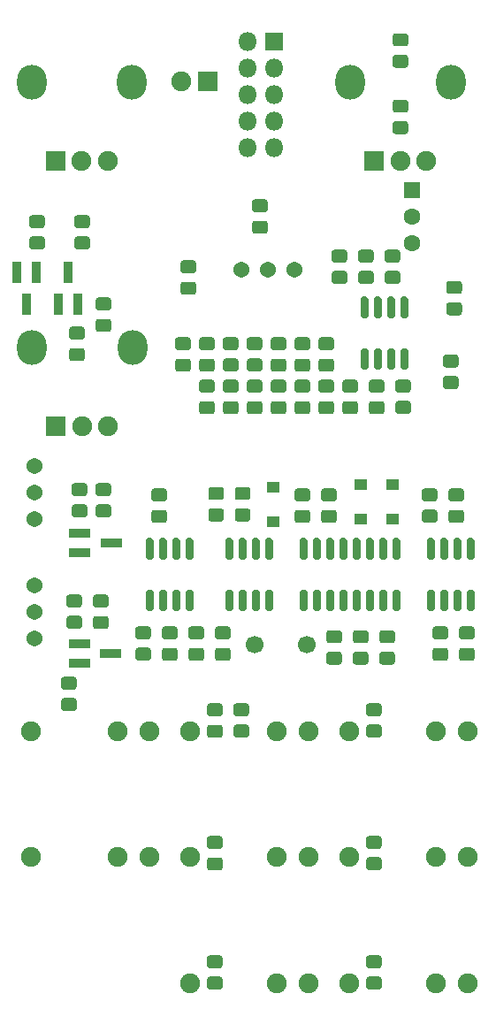
<source format=gbr>
G04 #@! TF.GenerationSoftware,KiCad,Pcbnew,5.1.6-c6e7f7d~87~ubuntu18.04.1*
G04 #@! TF.CreationDate,2020-11-08T18:53:39-05:00*
G04 #@! TF.ProjectId,modulation_source,6d6f6475-6c61-4746-996f-6e5f736f7572,0*
G04 #@! TF.SameCoordinates,Original*
G04 #@! TF.FileFunction,Soldermask,Bot*
G04 #@! TF.FilePolarity,Negative*
%FSLAX46Y46*%
G04 Gerber Fmt 4.6, Leading zero omitted, Abs format (unit mm)*
G04 Created by KiCad (PCBNEW 5.1.6-c6e7f7d~87~ubuntu18.04.1) date 2020-11-08 18:53:39*
%MOMM*%
%LPD*%
G01*
G04 APERTURE LIST*
%ADD10R,1.600000X1.600000*%
%ADD11C,1.600000*%
%ADD12C,1.700000*%
%ADD13R,2.000000X0.900000*%
%ADD14R,0.900000X2.000000*%
%ADD15C,1.540000*%
%ADD16O,2.820000X3.340000*%
%ADD17C,1.900000*%
%ADD18R,1.900000X1.900000*%
%ADD19O,1.800000X1.800000*%
%ADD20R,1.800000X1.800000*%
%ADD21R,1.300000X1.000000*%
G04 APERTURE END LIST*
D10*
X142113000Y-68834000D03*
D11*
X142113000Y-73914000D03*
X142113000Y-71374000D03*
G36*
G01*
X139221738Y-113040000D02*
X140178262Y-113040000D01*
G75*
G02*
X140450000Y-113311738I0J-271738D01*
G01*
X140450000Y-114018262D01*
G75*
G02*
X140178262Y-114290000I-271738J0D01*
G01*
X139221738Y-114290000D01*
G75*
G02*
X138950000Y-114018262I0J271738D01*
G01*
X138950000Y-113311738D01*
G75*
G02*
X139221738Y-113040000I271738J0D01*
G01*
G37*
G36*
G01*
X139221738Y-110990000D02*
X140178262Y-110990000D01*
G75*
G02*
X140450000Y-111261738I0J-271738D01*
G01*
X140450000Y-111968262D01*
G75*
G02*
X140178262Y-112240000I-271738J0D01*
G01*
X139221738Y-112240000D01*
G75*
G02*
X138950000Y-111968262I0J271738D01*
G01*
X138950000Y-111261738D01*
G75*
G02*
X139221738Y-110990000I271738J0D01*
G01*
G37*
D12*
X132000000Y-112395000D03*
X127000000Y-112395000D03*
G36*
G01*
X140491738Y-62240000D02*
X141448262Y-62240000D01*
G75*
G02*
X141720000Y-62511738I0J-271738D01*
G01*
X141720000Y-63218262D01*
G75*
G02*
X141448262Y-63490000I-271738J0D01*
G01*
X140491738Y-63490000D01*
G75*
G02*
X140220000Y-63218262I0J271738D01*
G01*
X140220000Y-62511738D01*
G75*
G02*
X140491738Y-62240000I271738J0D01*
G01*
G37*
G36*
G01*
X140491738Y-60190000D02*
X141448262Y-60190000D01*
G75*
G02*
X141720000Y-60461738I0J-271738D01*
G01*
X141720000Y-61168262D01*
G75*
G02*
X141448262Y-61440000I-271738J0D01*
G01*
X140491738Y-61440000D01*
G75*
G02*
X140220000Y-61168262I0J271738D01*
G01*
X140220000Y-60461738D01*
G75*
G02*
X140491738Y-60190000I271738J0D01*
G01*
G37*
G36*
G01*
X140491738Y-55890000D02*
X141448262Y-55890000D01*
G75*
G02*
X141720000Y-56161738I0J-271738D01*
G01*
X141720000Y-56868262D01*
G75*
G02*
X141448262Y-57140000I-271738J0D01*
G01*
X140491738Y-57140000D01*
G75*
G02*
X140220000Y-56868262I0J271738D01*
G01*
X140220000Y-56161738D01*
G75*
G02*
X140491738Y-55890000I271738J0D01*
G01*
G37*
G36*
G01*
X140491738Y-53840000D02*
X141448262Y-53840000D01*
G75*
G02*
X141720000Y-54111738I0J-271738D01*
G01*
X141720000Y-54818262D01*
G75*
G02*
X141448262Y-55090000I-271738J0D01*
G01*
X140491738Y-55090000D01*
G75*
G02*
X140220000Y-54818262I0J271738D01*
G01*
X140220000Y-54111738D01*
G75*
G02*
X140491738Y-53840000I271738J0D01*
G01*
G37*
G36*
G01*
X120171738Y-77625000D02*
X121128262Y-77625000D01*
G75*
G02*
X121400000Y-77896738I0J-271738D01*
G01*
X121400000Y-78603262D01*
G75*
G02*
X121128262Y-78875000I-271738J0D01*
G01*
X120171738Y-78875000D01*
G75*
G02*
X119900000Y-78603262I0J271738D01*
G01*
X119900000Y-77896738D01*
G75*
G02*
X120171738Y-77625000I271738J0D01*
G01*
G37*
G36*
G01*
X120171738Y-75575000D02*
X121128262Y-75575000D01*
G75*
G02*
X121400000Y-75846738I0J-271738D01*
G01*
X121400000Y-76553262D01*
G75*
G02*
X121128262Y-76825000I-271738J0D01*
G01*
X120171738Y-76825000D01*
G75*
G02*
X119900000Y-76553262I0J271738D01*
G01*
X119900000Y-75846738D01*
G75*
G02*
X120171738Y-75575000I271738J0D01*
G01*
G37*
G36*
G01*
X141702262Y-88237000D02*
X140745738Y-88237000D01*
G75*
G02*
X140474000Y-87965262I0J271738D01*
G01*
X140474000Y-87258738D01*
G75*
G02*
X140745738Y-86987000I271738J0D01*
G01*
X141702262Y-86987000D01*
G75*
G02*
X141974000Y-87258738I0J-271738D01*
G01*
X141974000Y-87965262D01*
G75*
G02*
X141702262Y-88237000I-271738J0D01*
G01*
G37*
G36*
G01*
X141702262Y-90287000D02*
X140745738Y-90287000D01*
G75*
G02*
X140474000Y-90015262I0J271738D01*
G01*
X140474000Y-89308738D01*
G75*
G02*
X140745738Y-89037000I271738J0D01*
G01*
X141702262Y-89037000D01*
G75*
G02*
X141974000Y-89308738I0J-271738D01*
G01*
X141974000Y-90015262D01*
G75*
G02*
X141702262Y-90287000I-271738J0D01*
G01*
G37*
G36*
G01*
X139729738Y-76591000D02*
X140686262Y-76591000D01*
G75*
G02*
X140958000Y-76862738I0J-271738D01*
G01*
X140958000Y-77569262D01*
G75*
G02*
X140686262Y-77841000I-271738J0D01*
G01*
X139729738Y-77841000D01*
G75*
G02*
X139458000Y-77569262I0J271738D01*
G01*
X139458000Y-76862738D01*
G75*
G02*
X139729738Y-76591000I271738J0D01*
G01*
G37*
G36*
G01*
X139729738Y-74541000D02*
X140686262Y-74541000D01*
G75*
G02*
X140958000Y-74812738I0J-271738D01*
G01*
X140958000Y-75519262D01*
G75*
G02*
X140686262Y-75791000I-271738J0D01*
G01*
X139729738Y-75791000D01*
G75*
G02*
X139458000Y-75519262I0J271738D01*
G01*
X139458000Y-74812738D01*
G75*
G02*
X139729738Y-74541000I271738J0D01*
G01*
G37*
G36*
G01*
X137366000Y-84000000D02*
X137716000Y-84000000D01*
G75*
G02*
X137891000Y-84175000I0J-175000D01*
G01*
X137891000Y-85875000D01*
G75*
G02*
X137716000Y-86050000I-175000J0D01*
G01*
X137366000Y-86050000D01*
G75*
G02*
X137191000Y-85875000I0J175000D01*
G01*
X137191000Y-84175000D01*
G75*
G02*
X137366000Y-84000000I175000J0D01*
G01*
G37*
G36*
G01*
X138636000Y-84000000D02*
X138986000Y-84000000D01*
G75*
G02*
X139161000Y-84175000I0J-175000D01*
G01*
X139161000Y-85875000D01*
G75*
G02*
X138986000Y-86050000I-175000J0D01*
G01*
X138636000Y-86050000D01*
G75*
G02*
X138461000Y-85875000I0J175000D01*
G01*
X138461000Y-84175000D01*
G75*
G02*
X138636000Y-84000000I175000J0D01*
G01*
G37*
G36*
G01*
X139906000Y-84000000D02*
X140256000Y-84000000D01*
G75*
G02*
X140431000Y-84175000I0J-175000D01*
G01*
X140431000Y-85875000D01*
G75*
G02*
X140256000Y-86050000I-175000J0D01*
G01*
X139906000Y-86050000D01*
G75*
G02*
X139731000Y-85875000I0J175000D01*
G01*
X139731000Y-84175000D01*
G75*
G02*
X139906000Y-84000000I175000J0D01*
G01*
G37*
G36*
G01*
X141176000Y-84000000D02*
X141526000Y-84000000D01*
G75*
G02*
X141701000Y-84175000I0J-175000D01*
G01*
X141701000Y-85875000D01*
G75*
G02*
X141526000Y-86050000I-175000J0D01*
G01*
X141176000Y-86050000D01*
G75*
G02*
X141001000Y-85875000I0J175000D01*
G01*
X141001000Y-84175000D01*
G75*
G02*
X141176000Y-84000000I175000J0D01*
G01*
G37*
G36*
G01*
X141176000Y-79050000D02*
X141526000Y-79050000D01*
G75*
G02*
X141701000Y-79225000I0J-175000D01*
G01*
X141701000Y-80925000D01*
G75*
G02*
X141526000Y-81100000I-175000J0D01*
G01*
X141176000Y-81100000D01*
G75*
G02*
X141001000Y-80925000I0J175000D01*
G01*
X141001000Y-79225000D01*
G75*
G02*
X141176000Y-79050000I175000J0D01*
G01*
G37*
G36*
G01*
X139906000Y-79050000D02*
X140256000Y-79050000D01*
G75*
G02*
X140431000Y-79225000I0J-175000D01*
G01*
X140431000Y-80925000D01*
G75*
G02*
X140256000Y-81100000I-175000J0D01*
G01*
X139906000Y-81100000D01*
G75*
G02*
X139731000Y-80925000I0J175000D01*
G01*
X139731000Y-79225000D01*
G75*
G02*
X139906000Y-79050000I175000J0D01*
G01*
G37*
G36*
G01*
X138636000Y-79050000D02*
X138986000Y-79050000D01*
G75*
G02*
X139161000Y-79225000I0J-175000D01*
G01*
X139161000Y-80925000D01*
G75*
G02*
X138986000Y-81100000I-175000J0D01*
G01*
X138636000Y-81100000D01*
G75*
G02*
X138461000Y-80925000I0J175000D01*
G01*
X138461000Y-79225000D01*
G75*
G02*
X138636000Y-79050000I175000J0D01*
G01*
G37*
G36*
G01*
X137366000Y-79050000D02*
X137716000Y-79050000D01*
G75*
G02*
X137891000Y-79225000I0J-175000D01*
G01*
X137891000Y-80925000D01*
G75*
G02*
X137716000Y-81100000I-175000J0D01*
G01*
X137366000Y-81100000D01*
G75*
G02*
X137191000Y-80925000I0J175000D01*
G01*
X137191000Y-79225000D01*
G75*
G02*
X137366000Y-79050000I175000J0D01*
G01*
G37*
G36*
G01*
X143716000Y-107114000D02*
X144066000Y-107114000D01*
G75*
G02*
X144241000Y-107289000I0J-175000D01*
G01*
X144241000Y-108989000D01*
G75*
G02*
X144066000Y-109164000I-175000J0D01*
G01*
X143716000Y-109164000D01*
G75*
G02*
X143541000Y-108989000I0J175000D01*
G01*
X143541000Y-107289000D01*
G75*
G02*
X143716000Y-107114000I175000J0D01*
G01*
G37*
G36*
G01*
X144986000Y-107114000D02*
X145336000Y-107114000D01*
G75*
G02*
X145511000Y-107289000I0J-175000D01*
G01*
X145511000Y-108989000D01*
G75*
G02*
X145336000Y-109164000I-175000J0D01*
G01*
X144986000Y-109164000D01*
G75*
G02*
X144811000Y-108989000I0J175000D01*
G01*
X144811000Y-107289000D01*
G75*
G02*
X144986000Y-107114000I175000J0D01*
G01*
G37*
G36*
G01*
X146256000Y-107114000D02*
X146606000Y-107114000D01*
G75*
G02*
X146781000Y-107289000I0J-175000D01*
G01*
X146781000Y-108989000D01*
G75*
G02*
X146606000Y-109164000I-175000J0D01*
G01*
X146256000Y-109164000D01*
G75*
G02*
X146081000Y-108989000I0J175000D01*
G01*
X146081000Y-107289000D01*
G75*
G02*
X146256000Y-107114000I175000J0D01*
G01*
G37*
G36*
G01*
X147526000Y-107114000D02*
X147876000Y-107114000D01*
G75*
G02*
X148051000Y-107289000I0J-175000D01*
G01*
X148051000Y-108989000D01*
G75*
G02*
X147876000Y-109164000I-175000J0D01*
G01*
X147526000Y-109164000D01*
G75*
G02*
X147351000Y-108989000I0J175000D01*
G01*
X147351000Y-107289000D01*
G75*
G02*
X147526000Y-107114000I175000J0D01*
G01*
G37*
G36*
G01*
X147526000Y-102164000D02*
X147876000Y-102164000D01*
G75*
G02*
X148051000Y-102339000I0J-175000D01*
G01*
X148051000Y-104039000D01*
G75*
G02*
X147876000Y-104214000I-175000J0D01*
G01*
X147526000Y-104214000D01*
G75*
G02*
X147351000Y-104039000I0J175000D01*
G01*
X147351000Y-102339000D01*
G75*
G02*
X147526000Y-102164000I175000J0D01*
G01*
G37*
G36*
G01*
X146256000Y-102164000D02*
X146606000Y-102164000D01*
G75*
G02*
X146781000Y-102339000I0J-175000D01*
G01*
X146781000Y-104039000D01*
G75*
G02*
X146606000Y-104214000I-175000J0D01*
G01*
X146256000Y-104214000D01*
G75*
G02*
X146081000Y-104039000I0J175000D01*
G01*
X146081000Y-102339000D01*
G75*
G02*
X146256000Y-102164000I175000J0D01*
G01*
G37*
G36*
G01*
X144986000Y-102164000D02*
X145336000Y-102164000D01*
G75*
G02*
X145511000Y-102339000I0J-175000D01*
G01*
X145511000Y-104039000D01*
G75*
G02*
X145336000Y-104214000I-175000J0D01*
G01*
X144986000Y-104214000D01*
G75*
G02*
X144811000Y-104039000I0J175000D01*
G01*
X144811000Y-102339000D01*
G75*
G02*
X144986000Y-102164000I175000J0D01*
G01*
G37*
G36*
G01*
X143716000Y-102164000D02*
X144066000Y-102164000D01*
G75*
G02*
X144241000Y-102339000I0J-175000D01*
G01*
X144241000Y-104039000D01*
G75*
G02*
X144066000Y-104214000I-175000J0D01*
G01*
X143716000Y-104214000D01*
G75*
G02*
X143541000Y-104039000I0J175000D01*
G01*
X143541000Y-102339000D01*
G75*
G02*
X143716000Y-102164000I175000J0D01*
G01*
G37*
G36*
G01*
X116792000Y-107114000D02*
X117142000Y-107114000D01*
G75*
G02*
X117317000Y-107289000I0J-175000D01*
G01*
X117317000Y-108989000D01*
G75*
G02*
X117142000Y-109164000I-175000J0D01*
G01*
X116792000Y-109164000D01*
G75*
G02*
X116617000Y-108989000I0J175000D01*
G01*
X116617000Y-107289000D01*
G75*
G02*
X116792000Y-107114000I175000J0D01*
G01*
G37*
G36*
G01*
X118062000Y-107114000D02*
X118412000Y-107114000D01*
G75*
G02*
X118587000Y-107289000I0J-175000D01*
G01*
X118587000Y-108989000D01*
G75*
G02*
X118412000Y-109164000I-175000J0D01*
G01*
X118062000Y-109164000D01*
G75*
G02*
X117887000Y-108989000I0J175000D01*
G01*
X117887000Y-107289000D01*
G75*
G02*
X118062000Y-107114000I175000J0D01*
G01*
G37*
G36*
G01*
X119332000Y-107114000D02*
X119682000Y-107114000D01*
G75*
G02*
X119857000Y-107289000I0J-175000D01*
G01*
X119857000Y-108989000D01*
G75*
G02*
X119682000Y-109164000I-175000J0D01*
G01*
X119332000Y-109164000D01*
G75*
G02*
X119157000Y-108989000I0J175000D01*
G01*
X119157000Y-107289000D01*
G75*
G02*
X119332000Y-107114000I175000J0D01*
G01*
G37*
G36*
G01*
X120602000Y-107114000D02*
X120952000Y-107114000D01*
G75*
G02*
X121127000Y-107289000I0J-175000D01*
G01*
X121127000Y-108989000D01*
G75*
G02*
X120952000Y-109164000I-175000J0D01*
G01*
X120602000Y-109164000D01*
G75*
G02*
X120427000Y-108989000I0J175000D01*
G01*
X120427000Y-107289000D01*
G75*
G02*
X120602000Y-107114000I175000J0D01*
G01*
G37*
G36*
G01*
X120602000Y-102164000D02*
X120952000Y-102164000D01*
G75*
G02*
X121127000Y-102339000I0J-175000D01*
G01*
X121127000Y-104039000D01*
G75*
G02*
X120952000Y-104214000I-175000J0D01*
G01*
X120602000Y-104214000D01*
G75*
G02*
X120427000Y-104039000I0J175000D01*
G01*
X120427000Y-102339000D01*
G75*
G02*
X120602000Y-102164000I175000J0D01*
G01*
G37*
G36*
G01*
X119332000Y-102164000D02*
X119682000Y-102164000D01*
G75*
G02*
X119857000Y-102339000I0J-175000D01*
G01*
X119857000Y-104039000D01*
G75*
G02*
X119682000Y-104214000I-175000J0D01*
G01*
X119332000Y-104214000D01*
G75*
G02*
X119157000Y-104039000I0J175000D01*
G01*
X119157000Y-102339000D01*
G75*
G02*
X119332000Y-102164000I175000J0D01*
G01*
G37*
G36*
G01*
X118062000Y-102164000D02*
X118412000Y-102164000D01*
G75*
G02*
X118587000Y-102339000I0J-175000D01*
G01*
X118587000Y-104039000D01*
G75*
G02*
X118412000Y-104214000I-175000J0D01*
G01*
X118062000Y-104214000D01*
G75*
G02*
X117887000Y-104039000I0J175000D01*
G01*
X117887000Y-102339000D01*
G75*
G02*
X118062000Y-102164000I175000J0D01*
G01*
G37*
G36*
G01*
X116792000Y-102164000D02*
X117142000Y-102164000D01*
G75*
G02*
X117317000Y-102339000I0J-175000D01*
G01*
X117317000Y-104039000D01*
G75*
G02*
X117142000Y-104214000I-175000J0D01*
G01*
X116792000Y-104214000D01*
G75*
G02*
X116617000Y-104039000I0J175000D01*
G01*
X116617000Y-102339000D01*
G75*
G02*
X116792000Y-102164000I175000J0D01*
G01*
G37*
G36*
G01*
X124412000Y-107114000D02*
X124762000Y-107114000D01*
G75*
G02*
X124937000Y-107289000I0J-175000D01*
G01*
X124937000Y-108989000D01*
G75*
G02*
X124762000Y-109164000I-175000J0D01*
G01*
X124412000Y-109164000D01*
G75*
G02*
X124237000Y-108989000I0J175000D01*
G01*
X124237000Y-107289000D01*
G75*
G02*
X124412000Y-107114000I175000J0D01*
G01*
G37*
G36*
G01*
X125682000Y-107114000D02*
X126032000Y-107114000D01*
G75*
G02*
X126207000Y-107289000I0J-175000D01*
G01*
X126207000Y-108989000D01*
G75*
G02*
X126032000Y-109164000I-175000J0D01*
G01*
X125682000Y-109164000D01*
G75*
G02*
X125507000Y-108989000I0J175000D01*
G01*
X125507000Y-107289000D01*
G75*
G02*
X125682000Y-107114000I175000J0D01*
G01*
G37*
G36*
G01*
X126952000Y-107114000D02*
X127302000Y-107114000D01*
G75*
G02*
X127477000Y-107289000I0J-175000D01*
G01*
X127477000Y-108989000D01*
G75*
G02*
X127302000Y-109164000I-175000J0D01*
G01*
X126952000Y-109164000D01*
G75*
G02*
X126777000Y-108989000I0J175000D01*
G01*
X126777000Y-107289000D01*
G75*
G02*
X126952000Y-107114000I175000J0D01*
G01*
G37*
G36*
G01*
X128222000Y-107114000D02*
X128572000Y-107114000D01*
G75*
G02*
X128747000Y-107289000I0J-175000D01*
G01*
X128747000Y-108989000D01*
G75*
G02*
X128572000Y-109164000I-175000J0D01*
G01*
X128222000Y-109164000D01*
G75*
G02*
X128047000Y-108989000I0J175000D01*
G01*
X128047000Y-107289000D01*
G75*
G02*
X128222000Y-107114000I175000J0D01*
G01*
G37*
G36*
G01*
X128222000Y-102164000D02*
X128572000Y-102164000D01*
G75*
G02*
X128747000Y-102339000I0J-175000D01*
G01*
X128747000Y-104039000D01*
G75*
G02*
X128572000Y-104214000I-175000J0D01*
G01*
X128222000Y-104214000D01*
G75*
G02*
X128047000Y-104039000I0J175000D01*
G01*
X128047000Y-102339000D01*
G75*
G02*
X128222000Y-102164000I175000J0D01*
G01*
G37*
G36*
G01*
X126952000Y-102164000D02*
X127302000Y-102164000D01*
G75*
G02*
X127477000Y-102339000I0J-175000D01*
G01*
X127477000Y-104039000D01*
G75*
G02*
X127302000Y-104214000I-175000J0D01*
G01*
X126952000Y-104214000D01*
G75*
G02*
X126777000Y-104039000I0J175000D01*
G01*
X126777000Y-102339000D01*
G75*
G02*
X126952000Y-102164000I175000J0D01*
G01*
G37*
G36*
G01*
X125682000Y-102164000D02*
X126032000Y-102164000D01*
G75*
G02*
X126207000Y-102339000I0J-175000D01*
G01*
X126207000Y-104039000D01*
G75*
G02*
X126032000Y-104214000I-175000J0D01*
G01*
X125682000Y-104214000D01*
G75*
G02*
X125507000Y-104039000I0J175000D01*
G01*
X125507000Y-102339000D01*
G75*
G02*
X125682000Y-102164000I175000J0D01*
G01*
G37*
G36*
G01*
X124412000Y-102164000D02*
X124762000Y-102164000D01*
G75*
G02*
X124937000Y-102339000I0J-175000D01*
G01*
X124937000Y-104039000D01*
G75*
G02*
X124762000Y-104214000I-175000J0D01*
G01*
X124412000Y-104214000D01*
G75*
G02*
X124237000Y-104039000I0J175000D01*
G01*
X124237000Y-102339000D01*
G75*
G02*
X124412000Y-102164000I175000J0D01*
G01*
G37*
G36*
G01*
X138908262Y-143355000D02*
X137951738Y-143355000D01*
G75*
G02*
X137680000Y-143083262I0J271738D01*
G01*
X137680000Y-142376738D01*
G75*
G02*
X137951738Y-142105000I271738J0D01*
G01*
X138908262Y-142105000D01*
G75*
G02*
X139180000Y-142376738I0J-271738D01*
G01*
X139180000Y-143083262D01*
G75*
G02*
X138908262Y-143355000I-271738J0D01*
G01*
G37*
G36*
G01*
X138908262Y-145405000D02*
X137951738Y-145405000D01*
G75*
G02*
X137680000Y-145133262I0J271738D01*
G01*
X137680000Y-144426738D01*
G75*
G02*
X137951738Y-144155000I271738J0D01*
G01*
X138908262Y-144155000D01*
G75*
G02*
X139180000Y-144426738I0J-271738D01*
G01*
X139180000Y-145133262D01*
G75*
G02*
X138908262Y-145405000I-271738J0D01*
G01*
G37*
D13*
X113236000Y-113218000D03*
X110236000Y-112268000D03*
X110236000Y-114168000D03*
X113284000Y-102616000D03*
X110284000Y-101666000D03*
X110284000Y-103566000D03*
D14*
X105156000Y-79732000D03*
X106106000Y-76732000D03*
X104206000Y-76732000D03*
X109154000Y-76756000D03*
X108204000Y-79756000D03*
X110104000Y-79756000D03*
G36*
G01*
X131524000Y-107114000D02*
X131874000Y-107114000D01*
G75*
G02*
X132049000Y-107289000I0J-175000D01*
G01*
X132049000Y-108989000D01*
G75*
G02*
X131874000Y-109164000I-175000J0D01*
G01*
X131524000Y-109164000D01*
G75*
G02*
X131349000Y-108989000I0J175000D01*
G01*
X131349000Y-107289000D01*
G75*
G02*
X131524000Y-107114000I175000J0D01*
G01*
G37*
G36*
G01*
X132794000Y-107114000D02*
X133144000Y-107114000D01*
G75*
G02*
X133319000Y-107289000I0J-175000D01*
G01*
X133319000Y-108989000D01*
G75*
G02*
X133144000Y-109164000I-175000J0D01*
G01*
X132794000Y-109164000D01*
G75*
G02*
X132619000Y-108989000I0J175000D01*
G01*
X132619000Y-107289000D01*
G75*
G02*
X132794000Y-107114000I175000J0D01*
G01*
G37*
G36*
G01*
X134064000Y-107114000D02*
X134414000Y-107114000D01*
G75*
G02*
X134589000Y-107289000I0J-175000D01*
G01*
X134589000Y-108989000D01*
G75*
G02*
X134414000Y-109164000I-175000J0D01*
G01*
X134064000Y-109164000D01*
G75*
G02*
X133889000Y-108989000I0J175000D01*
G01*
X133889000Y-107289000D01*
G75*
G02*
X134064000Y-107114000I175000J0D01*
G01*
G37*
G36*
G01*
X135334000Y-107114000D02*
X135684000Y-107114000D01*
G75*
G02*
X135859000Y-107289000I0J-175000D01*
G01*
X135859000Y-108989000D01*
G75*
G02*
X135684000Y-109164000I-175000J0D01*
G01*
X135334000Y-109164000D01*
G75*
G02*
X135159000Y-108989000I0J175000D01*
G01*
X135159000Y-107289000D01*
G75*
G02*
X135334000Y-107114000I175000J0D01*
G01*
G37*
G36*
G01*
X136604000Y-107114000D02*
X136954000Y-107114000D01*
G75*
G02*
X137129000Y-107289000I0J-175000D01*
G01*
X137129000Y-108989000D01*
G75*
G02*
X136954000Y-109164000I-175000J0D01*
G01*
X136604000Y-109164000D01*
G75*
G02*
X136429000Y-108989000I0J175000D01*
G01*
X136429000Y-107289000D01*
G75*
G02*
X136604000Y-107114000I175000J0D01*
G01*
G37*
G36*
G01*
X137874000Y-107114000D02*
X138224000Y-107114000D01*
G75*
G02*
X138399000Y-107289000I0J-175000D01*
G01*
X138399000Y-108989000D01*
G75*
G02*
X138224000Y-109164000I-175000J0D01*
G01*
X137874000Y-109164000D01*
G75*
G02*
X137699000Y-108989000I0J175000D01*
G01*
X137699000Y-107289000D01*
G75*
G02*
X137874000Y-107114000I175000J0D01*
G01*
G37*
G36*
G01*
X139144000Y-107114000D02*
X139494000Y-107114000D01*
G75*
G02*
X139669000Y-107289000I0J-175000D01*
G01*
X139669000Y-108989000D01*
G75*
G02*
X139494000Y-109164000I-175000J0D01*
G01*
X139144000Y-109164000D01*
G75*
G02*
X138969000Y-108989000I0J175000D01*
G01*
X138969000Y-107289000D01*
G75*
G02*
X139144000Y-107114000I175000J0D01*
G01*
G37*
G36*
G01*
X140414000Y-107114000D02*
X140764000Y-107114000D01*
G75*
G02*
X140939000Y-107289000I0J-175000D01*
G01*
X140939000Y-108989000D01*
G75*
G02*
X140764000Y-109164000I-175000J0D01*
G01*
X140414000Y-109164000D01*
G75*
G02*
X140239000Y-108989000I0J175000D01*
G01*
X140239000Y-107289000D01*
G75*
G02*
X140414000Y-107114000I175000J0D01*
G01*
G37*
G36*
G01*
X140414000Y-102164000D02*
X140764000Y-102164000D01*
G75*
G02*
X140939000Y-102339000I0J-175000D01*
G01*
X140939000Y-104039000D01*
G75*
G02*
X140764000Y-104214000I-175000J0D01*
G01*
X140414000Y-104214000D01*
G75*
G02*
X140239000Y-104039000I0J175000D01*
G01*
X140239000Y-102339000D01*
G75*
G02*
X140414000Y-102164000I175000J0D01*
G01*
G37*
G36*
G01*
X139144000Y-102164000D02*
X139494000Y-102164000D01*
G75*
G02*
X139669000Y-102339000I0J-175000D01*
G01*
X139669000Y-104039000D01*
G75*
G02*
X139494000Y-104214000I-175000J0D01*
G01*
X139144000Y-104214000D01*
G75*
G02*
X138969000Y-104039000I0J175000D01*
G01*
X138969000Y-102339000D01*
G75*
G02*
X139144000Y-102164000I175000J0D01*
G01*
G37*
G36*
G01*
X137874000Y-102164000D02*
X138224000Y-102164000D01*
G75*
G02*
X138399000Y-102339000I0J-175000D01*
G01*
X138399000Y-104039000D01*
G75*
G02*
X138224000Y-104214000I-175000J0D01*
G01*
X137874000Y-104214000D01*
G75*
G02*
X137699000Y-104039000I0J175000D01*
G01*
X137699000Y-102339000D01*
G75*
G02*
X137874000Y-102164000I175000J0D01*
G01*
G37*
G36*
G01*
X136604000Y-102164000D02*
X136954000Y-102164000D01*
G75*
G02*
X137129000Y-102339000I0J-175000D01*
G01*
X137129000Y-104039000D01*
G75*
G02*
X136954000Y-104214000I-175000J0D01*
G01*
X136604000Y-104214000D01*
G75*
G02*
X136429000Y-104039000I0J175000D01*
G01*
X136429000Y-102339000D01*
G75*
G02*
X136604000Y-102164000I175000J0D01*
G01*
G37*
G36*
G01*
X135334000Y-102164000D02*
X135684000Y-102164000D01*
G75*
G02*
X135859000Y-102339000I0J-175000D01*
G01*
X135859000Y-104039000D01*
G75*
G02*
X135684000Y-104214000I-175000J0D01*
G01*
X135334000Y-104214000D01*
G75*
G02*
X135159000Y-104039000I0J175000D01*
G01*
X135159000Y-102339000D01*
G75*
G02*
X135334000Y-102164000I175000J0D01*
G01*
G37*
G36*
G01*
X134064000Y-102164000D02*
X134414000Y-102164000D01*
G75*
G02*
X134589000Y-102339000I0J-175000D01*
G01*
X134589000Y-104039000D01*
G75*
G02*
X134414000Y-104214000I-175000J0D01*
G01*
X134064000Y-104214000D01*
G75*
G02*
X133889000Y-104039000I0J175000D01*
G01*
X133889000Y-102339000D01*
G75*
G02*
X134064000Y-102164000I175000J0D01*
G01*
G37*
G36*
G01*
X132794000Y-102164000D02*
X133144000Y-102164000D01*
G75*
G02*
X133319000Y-102339000I0J-175000D01*
G01*
X133319000Y-104039000D01*
G75*
G02*
X133144000Y-104214000I-175000J0D01*
G01*
X132794000Y-104214000D01*
G75*
G02*
X132619000Y-104039000I0J175000D01*
G01*
X132619000Y-102339000D01*
G75*
G02*
X132794000Y-102164000I175000J0D01*
G01*
G37*
G36*
G01*
X131524000Y-102164000D02*
X131874000Y-102164000D01*
G75*
G02*
X132049000Y-102339000I0J-175000D01*
G01*
X132049000Y-104039000D01*
G75*
G02*
X131874000Y-104214000I-175000J0D01*
G01*
X131524000Y-104214000D01*
G75*
G02*
X131349000Y-104039000I0J175000D01*
G01*
X131349000Y-102339000D01*
G75*
G02*
X131524000Y-102164000I175000J0D01*
G01*
G37*
D15*
X125730000Y-76454000D03*
X128270000Y-76454000D03*
X130810000Y-76454000D03*
D16*
X136170000Y-58540000D03*
X145770000Y-58540000D03*
D17*
X143470000Y-66040000D03*
X140970000Y-66040000D03*
D18*
X138470000Y-66040000D03*
D15*
X105918000Y-106680000D03*
X105918000Y-109220000D03*
X105918000Y-111760000D03*
X105918000Y-95250000D03*
X105918000Y-97790000D03*
X105918000Y-100330000D03*
D16*
X105650000Y-58540000D03*
X115250000Y-58540000D03*
D17*
X112950000Y-66040000D03*
X110450000Y-66040000D03*
D18*
X107950000Y-66040000D03*
D16*
X105690000Y-83940000D03*
X115290000Y-83940000D03*
D17*
X112990000Y-91440000D03*
X110490000Y-91440000D03*
D18*
X107990000Y-91440000D03*
G36*
G01*
X123668262Y-143355000D02*
X122711738Y-143355000D01*
G75*
G02*
X122440000Y-143083262I0J271738D01*
G01*
X122440000Y-142376738D01*
G75*
G02*
X122711738Y-142105000I271738J0D01*
G01*
X123668262Y-142105000D01*
G75*
G02*
X123940000Y-142376738I0J-271738D01*
G01*
X123940000Y-143083262D01*
G75*
G02*
X123668262Y-143355000I-271738J0D01*
G01*
G37*
G36*
G01*
X123668262Y-145405000D02*
X122711738Y-145405000D01*
G75*
G02*
X122440000Y-145133262I0J271738D01*
G01*
X122440000Y-144426738D01*
G75*
G02*
X122711738Y-144155000I271738J0D01*
G01*
X123668262Y-144155000D01*
G75*
G02*
X123940000Y-144426738I0J-271738D01*
G01*
X123940000Y-145133262D01*
G75*
G02*
X123668262Y-145405000I-271738J0D01*
G01*
G37*
G36*
G01*
X134649738Y-76591000D02*
X135606262Y-76591000D01*
G75*
G02*
X135878000Y-76862738I0J-271738D01*
G01*
X135878000Y-77569262D01*
G75*
G02*
X135606262Y-77841000I-271738J0D01*
G01*
X134649738Y-77841000D01*
G75*
G02*
X134378000Y-77569262I0J271738D01*
G01*
X134378000Y-76862738D01*
G75*
G02*
X134649738Y-76591000I271738J0D01*
G01*
G37*
G36*
G01*
X134649738Y-74541000D02*
X135606262Y-74541000D01*
G75*
G02*
X135878000Y-74812738I0J-271738D01*
G01*
X135878000Y-75519262D01*
G75*
G02*
X135606262Y-75791000I-271738J0D01*
G01*
X134649738Y-75791000D01*
G75*
G02*
X134378000Y-75519262I0J271738D01*
G01*
X134378000Y-74812738D01*
G75*
G02*
X134649738Y-74541000I271738J0D01*
G01*
G37*
G36*
G01*
X120620262Y-84182000D02*
X119663738Y-84182000D01*
G75*
G02*
X119392000Y-83910262I0J271738D01*
G01*
X119392000Y-83203738D01*
G75*
G02*
X119663738Y-82932000I271738J0D01*
G01*
X120620262Y-82932000D01*
G75*
G02*
X120892000Y-83203738I0J-271738D01*
G01*
X120892000Y-83910262D01*
G75*
G02*
X120620262Y-84182000I-271738J0D01*
G01*
G37*
G36*
G01*
X120620262Y-86232000D02*
X119663738Y-86232000D01*
G75*
G02*
X119392000Y-85960262I0J271738D01*
G01*
X119392000Y-85253738D01*
G75*
G02*
X119663738Y-84982000I271738J0D01*
G01*
X120620262Y-84982000D01*
G75*
G02*
X120892000Y-85253738I0J-271738D01*
G01*
X120892000Y-85960262D01*
G75*
G02*
X120620262Y-86232000I-271738J0D01*
G01*
G37*
G36*
G01*
X122906262Y-84191000D02*
X121949738Y-84191000D01*
G75*
G02*
X121678000Y-83919262I0J271738D01*
G01*
X121678000Y-83212738D01*
G75*
G02*
X121949738Y-82941000I271738J0D01*
G01*
X122906262Y-82941000D01*
G75*
G02*
X123178000Y-83212738I0J-271738D01*
G01*
X123178000Y-83919262D01*
G75*
G02*
X122906262Y-84191000I-271738J0D01*
G01*
G37*
G36*
G01*
X122906262Y-86241000D02*
X121949738Y-86241000D01*
G75*
G02*
X121678000Y-85969262I0J271738D01*
G01*
X121678000Y-85262738D01*
G75*
G02*
X121949738Y-84991000I271738J0D01*
G01*
X122906262Y-84991000D01*
G75*
G02*
X123178000Y-85262738I0J-271738D01*
G01*
X123178000Y-85969262D01*
G75*
G02*
X122906262Y-86241000I-271738J0D01*
G01*
G37*
G36*
G01*
X125192262Y-84173000D02*
X124235738Y-84173000D01*
G75*
G02*
X123964000Y-83901262I0J271738D01*
G01*
X123964000Y-83194738D01*
G75*
G02*
X124235738Y-82923000I271738J0D01*
G01*
X125192262Y-82923000D01*
G75*
G02*
X125464000Y-83194738I0J-271738D01*
G01*
X125464000Y-83901262D01*
G75*
G02*
X125192262Y-84173000I-271738J0D01*
G01*
G37*
G36*
G01*
X125192262Y-86223000D02*
X124235738Y-86223000D01*
G75*
G02*
X123964000Y-85951262I0J271738D01*
G01*
X123964000Y-85244738D01*
G75*
G02*
X124235738Y-84973000I271738J0D01*
G01*
X125192262Y-84973000D01*
G75*
G02*
X125464000Y-85244738I0J-271738D01*
G01*
X125464000Y-85951262D01*
G75*
G02*
X125192262Y-86223000I-271738J0D01*
G01*
G37*
G36*
G01*
X127478262Y-84173000D02*
X126521738Y-84173000D01*
G75*
G02*
X126250000Y-83901262I0J271738D01*
G01*
X126250000Y-83194738D01*
G75*
G02*
X126521738Y-82923000I271738J0D01*
G01*
X127478262Y-82923000D01*
G75*
G02*
X127750000Y-83194738I0J-271738D01*
G01*
X127750000Y-83901262D01*
G75*
G02*
X127478262Y-84173000I-271738J0D01*
G01*
G37*
G36*
G01*
X127478262Y-86223000D02*
X126521738Y-86223000D01*
G75*
G02*
X126250000Y-85951262I0J271738D01*
G01*
X126250000Y-85244738D01*
G75*
G02*
X126521738Y-84973000I271738J0D01*
G01*
X127478262Y-84973000D01*
G75*
G02*
X127750000Y-85244738I0J-271738D01*
G01*
X127750000Y-85951262D01*
G75*
G02*
X127478262Y-86223000I-271738J0D01*
G01*
G37*
G36*
G01*
X129764262Y-84191000D02*
X128807738Y-84191000D01*
G75*
G02*
X128536000Y-83919262I0J271738D01*
G01*
X128536000Y-83212738D01*
G75*
G02*
X128807738Y-82941000I271738J0D01*
G01*
X129764262Y-82941000D01*
G75*
G02*
X130036000Y-83212738I0J-271738D01*
G01*
X130036000Y-83919262D01*
G75*
G02*
X129764262Y-84191000I-271738J0D01*
G01*
G37*
G36*
G01*
X129764262Y-86241000D02*
X128807738Y-86241000D01*
G75*
G02*
X128536000Y-85969262I0J271738D01*
G01*
X128536000Y-85262738D01*
G75*
G02*
X128807738Y-84991000I271738J0D01*
G01*
X129764262Y-84991000D01*
G75*
G02*
X130036000Y-85262738I0J-271738D01*
G01*
X130036000Y-85969262D01*
G75*
G02*
X129764262Y-86241000I-271738J0D01*
G01*
G37*
G36*
G01*
X132050262Y-84191000D02*
X131093738Y-84191000D01*
G75*
G02*
X130822000Y-83919262I0J271738D01*
G01*
X130822000Y-83212738D01*
G75*
G02*
X131093738Y-82941000I271738J0D01*
G01*
X132050262Y-82941000D01*
G75*
G02*
X132322000Y-83212738I0J-271738D01*
G01*
X132322000Y-83919262D01*
G75*
G02*
X132050262Y-84191000I-271738J0D01*
G01*
G37*
G36*
G01*
X132050262Y-86241000D02*
X131093738Y-86241000D01*
G75*
G02*
X130822000Y-85969262I0J271738D01*
G01*
X130822000Y-85262738D01*
G75*
G02*
X131093738Y-84991000I271738J0D01*
G01*
X132050262Y-84991000D01*
G75*
G02*
X132322000Y-85262738I0J-271738D01*
G01*
X132322000Y-85969262D01*
G75*
G02*
X132050262Y-86241000I-271738J0D01*
G01*
G37*
G36*
G01*
X134336262Y-84191000D02*
X133379738Y-84191000D01*
G75*
G02*
X133108000Y-83919262I0J271738D01*
G01*
X133108000Y-83212738D01*
G75*
G02*
X133379738Y-82941000I271738J0D01*
G01*
X134336262Y-82941000D01*
G75*
G02*
X134608000Y-83212738I0J-271738D01*
G01*
X134608000Y-83919262D01*
G75*
G02*
X134336262Y-84191000I-271738J0D01*
G01*
G37*
G36*
G01*
X134336262Y-86241000D02*
X133379738Y-86241000D01*
G75*
G02*
X133108000Y-85969262I0J271738D01*
G01*
X133108000Y-85262738D01*
G75*
G02*
X133379738Y-84991000I271738J0D01*
G01*
X134336262Y-84991000D01*
G75*
G02*
X134608000Y-85262738I0J-271738D01*
G01*
X134608000Y-85969262D01*
G75*
G02*
X134336262Y-86241000I-271738J0D01*
G01*
G37*
G36*
G01*
X138205738Y-89055000D02*
X139162262Y-89055000D01*
G75*
G02*
X139434000Y-89326738I0J-271738D01*
G01*
X139434000Y-90033262D01*
G75*
G02*
X139162262Y-90305000I-271738J0D01*
G01*
X138205738Y-90305000D01*
G75*
G02*
X137934000Y-90033262I0J271738D01*
G01*
X137934000Y-89326738D01*
G75*
G02*
X138205738Y-89055000I271738J0D01*
G01*
G37*
G36*
G01*
X138205738Y-87005000D02*
X139162262Y-87005000D01*
G75*
G02*
X139434000Y-87276738I0J-271738D01*
G01*
X139434000Y-87983262D01*
G75*
G02*
X139162262Y-88255000I-271738J0D01*
G01*
X138205738Y-88255000D01*
G75*
G02*
X137934000Y-87983262I0J271738D01*
G01*
X137934000Y-87276738D01*
G75*
G02*
X138205738Y-87005000I271738J0D01*
G01*
G37*
G36*
G01*
X137189738Y-76591000D02*
X138146262Y-76591000D01*
G75*
G02*
X138418000Y-76862738I0J-271738D01*
G01*
X138418000Y-77569262D01*
G75*
G02*
X138146262Y-77841000I-271738J0D01*
G01*
X137189738Y-77841000D01*
G75*
G02*
X136918000Y-77569262I0J271738D01*
G01*
X136918000Y-76862738D01*
G75*
G02*
X137189738Y-76591000I271738J0D01*
G01*
G37*
G36*
G01*
X137189738Y-74541000D02*
X138146262Y-74541000D01*
G75*
G02*
X138418000Y-74812738I0J-271738D01*
G01*
X138418000Y-75519262D01*
G75*
G02*
X138146262Y-75791000I-271738J0D01*
G01*
X137189738Y-75791000D01*
G75*
G02*
X136918000Y-75519262I0J271738D01*
G01*
X136918000Y-74812738D01*
G75*
G02*
X137189738Y-74541000I271738J0D01*
G01*
G37*
G36*
G01*
X127029738Y-71774000D02*
X127986262Y-71774000D01*
G75*
G02*
X128258000Y-72045738I0J-271738D01*
G01*
X128258000Y-72752262D01*
G75*
G02*
X127986262Y-73024000I-271738J0D01*
G01*
X127029738Y-73024000D01*
G75*
G02*
X126758000Y-72752262I0J271738D01*
G01*
X126758000Y-72045738D01*
G75*
G02*
X127029738Y-71774000I271738J0D01*
G01*
G37*
G36*
G01*
X127029738Y-69724000D02*
X127986262Y-69724000D01*
G75*
G02*
X128258000Y-69995738I0J-271738D01*
G01*
X128258000Y-70702262D01*
G75*
G02*
X127986262Y-70974000I-271738J0D01*
G01*
X127029738Y-70974000D01*
G75*
G02*
X126758000Y-70702262I0J271738D01*
G01*
X126758000Y-69995738D01*
G75*
G02*
X127029738Y-69724000I271738J0D01*
G01*
G37*
G36*
G01*
X138908262Y-131925000D02*
X137951738Y-131925000D01*
G75*
G02*
X137680000Y-131653262I0J271738D01*
G01*
X137680000Y-130946738D01*
G75*
G02*
X137951738Y-130675000I271738J0D01*
G01*
X138908262Y-130675000D01*
G75*
G02*
X139180000Y-130946738I0J-271738D01*
G01*
X139180000Y-131653262D01*
G75*
G02*
X138908262Y-131925000I-271738J0D01*
G01*
G37*
G36*
G01*
X138908262Y-133975000D02*
X137951738Y-133975000D01*
G75*
G02*
X137680000Y-133703262I0J271738D01*
G01*
X137680000Y-132996738D01*
G75*
G02*
X137951738Y-132725000I271738J0D01*
G01*
X138908262Y-132725000D01*
G75*
G02*
X139180000Y-132996738I0J-271738D01*
G01*
X139180000Y-133703262D01*
G75*
G02*
X138908262Y-133975000I-271738J0D01*
G01*
G37*
G36*
G01*
X144301738Y-112677000D02*
X145258262Y-112677000D01*
G75*
G02*
X145530000Y-112948738I0J-271738D01*
G01*
X145530000Y-113655262D01*
G75*
G02*
X145258262Y-113927000I-271738J0D01*
G01*
X144301738Y-113927000D01*
G75*
G02*
X144030000Y-113655262I0J271738D01*
G01*
X144030000Y-112948738D01*
G75*
G02*
X144301738Y-112677000I271738J0D01*
G01*
G37*
G36*
G01*
X144301738Y-110627000D02*
X145258262Y-110627000D01*
G75*
G02*
X145530000Y-110898738I0J-271738D01*
G01*
X145530000Y-111605262D01*
G75*
G02*
X145258262Y-111877000I-271738J0D01*
G01*
X144301738Y-111877000D01*
G75*
G02*
X144030000Y-111605262I0J271738D01*
G01*
X144030000Y-110898738D01*
G75*
G02*
X144301738Y-110627000I271738J0D01*
G01*
G37*
G36*
G01*
X144242262Y-98651000D02*
X143285738Y-98651000D01*
G75*
G02*
X143014000Y-98379262I0J271738D01*
G01*
X143014000Y-97672738D01*
G75*
G02*
X143285738Y-97401000I271738J0D01*
G01*
X144242262Y-97401000D01*
G75*
G02*
X144514000Y-97672738I0J-271738D01*
G01*
X144514000Y-98379262D01*
G75*
G02*
X144242262Y-98651000I-271738J0D01*
G01*
G37*
G36*
G01*
X144242262Y-100701000D02*
X143285738Y-100701000D01*
G75*
G02*
X143014000Y-100429262I0J271738D01*
G01*
X143014000Y-99722738D01*
G75*
G02*
X143285738Y-99451000I271738J0D01*
G01*
X144242262Y-99451000D01*
G75*
G02*
X144514000Y-99722738I0J-271738D01*
G01*
X144514000Y-100429262D01*
G75*
G02*
X144242262Y-100701000I-271738J0D01*
G01*
G37*
G36*
G01*
X131093738Y-99469000D02*
X132050262Y-99469000D01*
G75*
G02*
X132322000Y-99740738I0J-271738D01*
G01*
X132322000Y-100447262D01*
G75*
G02*
X132050262Y-100719000I-271738J0D01*
G01*
X131093738Y-100719000D01*
G75*
G02*
X130822000Y-100447262I0J271738D01*
G01*
X130822000Y-99740738D01*
G75*
G02*
X131093738Y-99469000I271738J0D01*
G01*
G37*
G36*
G01*
X131093738Y-97419000D02*
X132050262Y-97419000D01*
G75*
G02*
X132322000Y-97690738I0J-271738D01*
G01*
X132322000Y-98397262D01*
G75*
G02*
X132050262Y-98669000I-271738J0D01*
G01*
X131093738Y-98669000D01*
G75*
G02*
X130822000Y-98397262I0J271738D01*
G01*
X130822000Y-97690738D01*
G75*
G02*
X131093738Y-97419000I271738J0D01*
G01*
G37*
G36*
G01*
X134590262Y-98669000D02*
X133633738Y-98669000D01*
G75*
G02*
X133362000Y-98397262I0J271738D01*
G01*
X133362000Y-97690738D01*
G75*
G02*
X133633738Y-97419000I271738J0D01*
G01*
X134590262Y-97419000D01*
G75*
G02*
X134862000Y-97690738I0J-271738D01*
G01*
X134862000Y-98397262D01*
G75*
G02*
X134590262Y-98669000I-271738J0D01*
G01*
G37*
G36*
G01*
X134590262Y-100719000D02*
X133633738Y-100719000D01*
G75*
G02*
X133362000Y-100447262I0J271738D01*
G01*
X133362000Y-99740738D01*
G75*
G02*
X133633738Y-99469000I271738J0D01*
G01*
X134590262Y-99469000D01*
G75*
G02*
X134862000Y-99740738I0J-271738D01*
G01*
X134862000Y-100447262D01*
G75*
G02*
X134590262Y-100719000I-271738J0D01*
G01*
G37*
G36*
G01*
X117377738Y-99469000D02*
X118334262Y-99469000D01*
G75*
G02*
X118606000Y-99740738I0J-271738D01*
G01*
X118606000Y-100447262D01*
G75*
G02*
X118334262Y-100719000I-271738J0D01*
G01*
X117377738Y-100719000D01*
G75*
G02*
X117106000Y-100447262I0J271738D01*
G01*
X117106000Y-99740738D01*
G75*
G02*
X117377738Y-99469000I271738J0D01*
G01*
G37*
G36*
G01*
X117377738Y-97419000D02*
X118334262Y-97419000D01*
G75*
G02*
X118606000Y-97690738I0J-271738D01*
G01*
X118606000Y-98397262D01*
G75*
G02*
X118334262Y-98669000I-271738J0D01*
G01*
X117377738Y-98669000D01*
G75*
G02*
X117106000Y-98397262I0J271738D01*
G01*
X117106000Y-97690738D01*
G75*
G02*
X117377738Y-97419000I271738J0D01*
G01*
G37*
G36*
G01*
X138908262Y-119225000D02*
X137951738Y-119225000D01*
G75*
G02*
X137680000Y-118953262I0J271738D01*
G01*
X137680000Y-118246738D01*
G75*
G02*
X137951738Y-117975000I271738J0D01*
G01*
X138908262Y-117975000D01*
G75*
G02*
X139180000Y-118246738I0J-271738D01*
G01*
X139180000Y-118953262D01*
G75*
G02*
X138908262Y-119225000I-271738J0D01*
G01*
G37*
G36*
G01*
X138908262Y-121275000D02*
X137951738Y-121275000D01*
G75*
G02*
X137680000Y-121003262I0J271738D01*
G01*
X137680000Y-120296738D01*
G75*
G02*
X137951738Y-120025000I271738J0D01*
G01*
X138908262Y-120025000D01*
G75*
G02*
X139180000Y-120296738I0J-271738D01*
G01*
X139180000Y-121003262D01*
G75*
G02*
X138908262Y-121275000I-271738J0D01*
G01*
G37*
G36*
G01*
X116810262Y-111859000D02*
X115853738Y-111859000D01*
G75*
G02*
X115582000Y-111587262I0J271738D01*
G01*
X115582000Y-110880738D01*
G75*
G02*
X115853738Y-110609000I271738J0D01*
G01*
X116810262Y-110609000D01*
G75*
G02*
X117082000Y-110880738I0J-271738D01*
G01*
X117082000Y-111587262D01*
G75*
G02*
X116810262Y-111859000I-271738J0D01*
G01*
G37*
G36*
G01*
X116810262Y-113909000D02*
X115853738Y-113909000D01*
G75*
G02*
X115582000Y-113637262I0J271738D01*
G01*
X115582000Y-112930738D01*
G75*
G02*
X115853738Y-112659000I271738J0D01*
G01*
X116810262Y-112659000D01*
G75*
G02*
X117082000Y-112930738I0J-271738D01*
G01*
X117082000Y-113637262D01*
G75*
G02*
X116810262Y-113909000I-271738J0D01*
G01*
G37*
G36*
G01*
X124430262Y-111877000D02*
X123473738Y-111877000D01*
G75*
G02*
X123202000Y-111605262I0J271738D01*
G01*
X123202000Y-110898738D01*
G75*
G02*
X123473738Y-110627000I271738J0D01*
G01*
X124430262Y-110627000D01*
G75*
G02*
X124702000Y-110898738I0J-271738D01*
G01*
X124702000Y-111605262D01*
G75*
G02*
X124430262Y-111877000I-271738J0D01*
G01*
G37*
G36*
G01*
X124430262Y-113927000D02*
X123473738Y-113927000D01*
G75*
G02*
X123202000Y-113655262I0J271738D01*
G01*
X123202000Y-112948738D01*
G75*
G02*
X123473738Y-112677000I271738J0D01*
G01*
X124430262Y-112677000D01*
G75*
G02*
X124702000Y-112948738I0J-271738D01*
G01*
X124702000Y-113655262D01*
G75*
G02*
X124430262Y-113927000I-271738J0D01*
G01*
G37*
G36*
G01*
X109698262Y-116685000D02*
X108741738Y-116685000D01*
G75*
G02*
X108470000Y-116413262I0J271738D01*
G01*
X108470000Y-115706738D01*
G75*
G02*
X108741738Y-115435000I271738J0D01*
G01*
X109698262Y-115435000D01*
G75*
G02*
X109970000Y-115706738I0J-271738D01*
G01*
X109970000Y-116413262D01*
G75*
G02*
X109698262Y-116685000I-271738J0D01*
G01*
G37*
G36*
G01*
X109698262Y-118735000D02*
X108741738Y-118735000D01*
G75*
G02*
X108470000Y-118463262I0J271738D01*
G01*
X108470000Y-117756738D01*
G75*
G02*
X108741738Y-117485000I271738J0D01*
G01*
X109698262Y-117485000D01*
G75*
G02*
X109970000Y-117756738I0J-271738D01*
G01*
X109970000Y-118463262D01*
G75*
G02*
X109698262Y-118735000I-271738J0D01*
G01*
G37*
G36*
G01*
X120933738Y-112668000D02*
X121890262Y-112668000D01*
G75*
G02*
X122162000Y-112939738I0J-271738D01*
G01*
X122162000Y-113646262D01*
G75*
G02*
X121890262Y-113918000I-271738J0D01*
G01*
X120933738Y-113918000D01*
G75*
G02*
X120662000Y-113646262I0J271738D01*
G01*
X120662000Y-112939738D01*
G75*
G02*
X120933738Y-112668000I271738J0D01*
G01*
G37*
G36*
G01*
X120933738Y-110618000D02*
X121890262Y-110618000D01*
G75*
G02*
X122162000Y-110889738I0J-271738D01*
G01*
X122162000Y-111596262D01*
G75*
G02*
X121890262Y-111868000I-271738J0D01*
G01*
X120933738Y-111868000D01*
G75*
G02*
X120662000Y-111596262I0J271738D01*
G01*
X120662000Y-110889738D01*
G75*
G02*
X120933738Y-110618000I271738J0D01*
G01*
G37*
G36*
G01*
X111789738Y-109629000D02*
X112746262Y-109629000D01*
G75*
G02*
X113018000Y-109900738I0J-271738D01*
G01*
X113018000Y-110607262D01*
G75*
G02*
X112746262Y-110879000I-271738J0D01*
G01*
X111789738Y-110879000D01*
G75*
G02*
X111518000Y-110607262I0J271738D01*
G01*
X111518000Y-109900738D01*
G75*
G02*
X111789738Y-109629000I271738J0D01*
G01*
G37*
G36*
G01*
X111789738Y-107579000D02*
X112746262Y-107579000D01*
G75*
G02*
X113018000Y-107850738I0J-271738D01*
G01*
X113018000Y-108557262D01*
G75*
G02*
X112746262Y-108829000I-271738J0D01*
G01*
X111789738Y-108829000D01*
G75*
G02*
X111518000Y-108557262I0J271738D01*
G01*
X111518000Y-107850738D01*
G75*
G02*
X111789738Y-107579000I271738J0D01*
G01*
G37*
G36*
G01*
X109249738Y-109611000D02*
X110206262Y-109611000D01*
G75*
G02*
X110478000Y-109882738I0J-271738D01*
G01*
X110478000Y-110589262D01*
G75*
G02*
X110206262Y-110861000I-271738J0D01*
G01*
X109249738Y-110861000D01*
G75*
G02*
X108978000Y-110589262I0J271738D01*
G01*
X108978000Y-109882738D01*
G75*
G02*
X109249738Y-109611000I271738J0D01*
G01*
G37*
G36*
G01*
X109249738Y-107561000D02*
X110206262Y-107561000D01*
G75*
G02*
X110478000Y-107832738I0J-271738D01*
G01*
X110478000Y-108539262D01*
G75*
G02*
X110206262Y-108811000I-271738J0D01*
G01*
X109249738Y-108811000D01*
G75*
G02*
X108978000Y-108539262I0J271738D01*
G01*
X108978000Y-107832738D01*
G75*
G02*
X109249738Y-107561000I271738J0D01*
G01*
G37*
G36*
G01*
X118393738Y-112677000D02*
X119350262Y-112677000D01*
G75*
G02*
X119622000Y-112948738I0J-271738D01*
G01*
X119622000Y-113655262D01*
G75*
G02*
X119350262Y-113927000I-271738J0D01*
G01*
X118393738Y-113927000D01*
G75*
G02*
X118122000Y-113655262I0J271738D01*
G01*
X118122000Y-112948738D01*
G75*
G02*
X118393738Y-112677000I271738J0D01*
G01*
G37*
G36*
G01*
X118393738Y-110627000D02*
X119350262Y-110627000D01*
G75*
G02*
X119622000Y-110898738I0J-271738D01*
G01*
X119622000Y-111605262D01*
G75*
G02*
X119350262Y-111877000I-271738J0D01*
G01*
X118393738Y-111877000D01*
G75*
G02*
X118122000Y-111605262I0J271738D01*
G01*
X118122000Y-110898738D01*
G75*
G02*
X118393738Y-110627000I271738J0D01*
G01*
G37*
G36*
G01*
X112043738Y-98943000D02*
X113000262Y-98943000D01*
G75*
G02*
X113272000Y-99214738I0J-271738D01*
G01*
X113272000Y-99921262D01*
G75*
G02*
X113000262Y-100193000I-271738J0D01*
G01*
X112043738Y-100193000D01*
G75*
G02*
X111772000Y-99921262I0J271738D01*
G01*
X111772000Y-99214738D01*
G75*
G02*
X112043738Y-98943000I271738J0D01*
G01*
G37*
G36*
G01*
X112043738Y-96893000D02*
X113000262Y-96893000D01*
G75*
G02*
X113272000Y-97164738I0J-271738D01*
G01*
X113272000Y-97871262D01*
G75*
G02*
X113000262Y-98143000I-271738J0D01*
G01*
X112043738Y-98143000D01*
G75*
G02*
X111772000Y-97871262I0J271738D01*
G01*
X111772000Y-97164738D01*
G75*
G02*
X112043738Y-96893000I271738J0D01*
G01*
G37*
G36*
G01*
X109757738Y-98943000D02*
X110714262Y-98943000D01*
G75*
G02*
X110986000Y-99214738I0J-271738D01*
G01*
X110986000Y-99921262D01*
G75*
G02*
X110714262Y-100193000I-271738J0D01*
G01*
X109757738Y-100193000D01*
G75*
G02*
X109486000Y-99921262I0J271738D01*
G01*
X109486000Y-99214738D01*
G75*
G02*
X109757738Y-98943000I271738J0D01*
G01*
G37*
G36*
G01*
X109757738Y-96893000D02*
X110714262Y-96893000D01*
G75*
G02*
X110986000Y-97164738I0J-271738D01*
G01*
X110986000Y-97871262D01*
G75*
G02*
X110714262Y-98143000I-271738J0D01*
G01*
X109757738Y-98143000D01*
G75*
G02*
X109486000Y-97871262I0J271738D01*
G01*
X109486000Y-97164738D01*
G75*
G02*
X109757738Y-96893000I271738J0D01*
G01*
G37*
G36*
G01*
X135098262Y-112240000D02*
X134141738Y-112240000D01*
G75*
G02*
X133870000Y-111968262I0J271738D01*
G01*
X133870000Y-111261738D01*
G75*
G02*
X134141738Y-110990000I271738J0D01*
G01*
X135098262Y-110990000D01*
G75*
G02*
X135370000Y-111261738I0J-271738D01*
G01*
X135370000Y-111968262D01*
G75*
G02*
X135098262Y-112240000I-271738J0D01*
G01*
G37*
G36*
G01*
X135098262Y-114290000D02*
X134141738Y-114290000D01*
G75*
G02*
X133870000Y-114018262I0J271738D01*
G01*
X133870000Y-113311738D01*
G75*
G02*
X134141738Y-113040000I271738J0D01*
G01*
X135098262Y-113040000D01*
G75*
G02*
X135370000Y-113311738I0J-271738D01*
G01*
X135370000Y-114018262D01*
G75*
G02*
X135098262Y-114290000I-271738J0D01*
G01*
G37*
G36*
G01*
X105693738Y-73289000D02*
X106650262Y-73289000D01*
G75*
G02*
X106922000Y-73560738I0J-271738D01*
G01*
X106922000Y-74267262D01*
G75*
G02*
X106650262Y-74539000I-271738J0D01*
G01*
X105693738Y-74539000D01*
G75*
G02*
X105422000Y-74267262I0J271738D01*
G01*
X105422000Y-73560738D01*
G75*
G02*
X105693738Y-73289000I271738J0D01*
G01*
G37*
G36*
G01*
X105693738Y-71239000D02*
X106650262Y-71239000D01*
G75*
G02*
X106922000Y-71510738I0J-271738D01*
G01*
X106922000Y-72217262D01*
G75*
G02*
X106650262Y-72489000I-271738J0D01*
G01*
X105693738Y-72489000D01*
G75*
G02*
X105422000Y-72217262I0J271738D01*
G01*
X105422000Y-71510738D01*
G75*
G02*
X105693738Y-71239000I271738J0D01*
G01*
G37*
G36*
G01*
X109503738Y-83975000D02*
X110460262Y-83975000D01*
G75*
G02*
X110732000Y-84246738I0J-271738D01*
G01*
X110732000Y-84953262D01*
G75*
G02*
X110460262Y-85225000I-271738J0D01*
G01*
X109503738Y-85225000D01*
G75*
G02*
X109232000Y-84953262I0J271738D01*
G01*
X109232000Y-84246738D01*
G75*
G02*
X109503738Y-83975000I271738J0D01*
G01*
G37*
G36*
G01*
X109503738Y-81925000D02*
X110460262Y-81925000D01*
G75*
G02*
X110732000Y-82196738I0J-271738D01*
G01*
X110732000Y-82903262D01*
G75*
G02*
X110460262Y-83175000I-271738J0D01*
G01*
X109503738Y-83175000D01*
G75*
G02*
X109232000Y-82903262I0J271738D01*
G01*
X109232000Y-82196738D01*
G75*
G02*
X109503738Y-81925000I271738J0D01*
G01*
G37*
G36*
G01*
X136681738Y-113040000D02*
X137638262Y-113040000D01*
G75*
G02*
X137910000Y-113311738I0J-271738D01*
G01*
X137910000Y-114018262D01*
G75*
G02*
X137638262Y-114290000I-271738J0D01*
G01*
X136681738Y-114290000D01*
G75*
G02*
X136410000Y-114018262I0J271738D01*
G01*
X136410000Y-113311738D01*
G75*
G02*
X136681738Y-113040000I271738J0D01*
G01*
G37*
G36*
G01*
X136681738Y-110990000D02*
X137638262Y-110990000D01*
G75*
G02*
X137910000Y-111261738I0J-271738D01*
G01*
X137910000Y-111968262D01*
G75*
G02*
X137638262Y-112240000I-271738J0D01*
G01*
X136681738Y-112240000D01*
G75*
G02*
X136410000Y-111968262I0J271738D01*
G01*
X136410000Y-111261738D01*
G75*
G02*
X136681738Y-110990000I271738J0D01*
G01*
G37*
G36*
G01*
X126208262Y-119225000D02*
X125251738Y-119225000D01*
G75*
G02*
X124980000Y-118953262I0J271738D01*
G01*
X124980000Y-118246738D01*
G75*
G02*
X125251738Y-117975000I271738J0D01*
G01*
X126208262Y-117975000D01*
G75*
G02*
X126480000Y-118246738I0J-271738D01*
G01*
X126480000Y-118953262D01*
G75*
G02*
X126208262Y-119225000I-271738J0D01*
G01*
G37*
G36*
G01*
X126208262Y-121275000D02*
X125251738Y-121275000D01*
G75*
G02*
X124980000Y-121003262I0J271738D01*
G01*
X124980000Y-120296738D01*
G75*
G02*
X125251738Y-120025000I271738J0D01*
G01*
X126208262Y-120025000D01*
G75*
G02*
X126480000Y-120296738I0J-271738D01*
G01*
X126480000Y-121003262D01*
G75*
G02*
X126208262Y-121275000I-271738J0D01*
G01*
G37*
G36*
G01*
X123668262Y-119243000D02*
X122711738Y-119243000D01*
G75*
G02*
X122440000Y-118971262I0J271738D01*
G01*
X122440000Y-118264738D01*
G75*
G02*
X122711738Y-117993000I271738J0D01*
G01*
X123668262Y-117993000D01*
G75*
G02*
X123940000Y-118264738I0J-271738D01*
G01*
X123940000Y-118971262D01*
G75*
G02*
X123668262Y-119243000I-271738J0D01*
G01*
G37*
G36*
G01*
X123668262Y-121293000D02*
X122711738Y-121293000D01*
G75*
G02*
X122440000Y-121021262I0J271738D01*
G01*
X122440000Y-120314738D01*
G75*
G02*
X122711738Y-120043000I271738J0D01*
G01*
X123668262Y-120043000D01*
G75*
G02*
X123940000Y-120314738I0J-271738D01*
G01*
X123940000Y-121021262D01*
G75*
G02*
X123668262Y-121293000I-271738J0D01*
G01*
G37*
G36*
G01*
X110968262Y-72489000D02*
X110011738Y-72489000D01*
G75*
G02*
X109740000Y-72217262I0J271738D01*
G01*
X109740000Y-71510738D01*
G75*
G02*
X110011738Y-71239000I271738J0D01*
G01*
X110968262Y-71239000D01*
G75*
G02*
X111240000Y-71510738I0J-271738D01*
G01*
X111240000Y-72217262D01*
G75*
G02*
X110968262Y-72489000I-271738J0D01*
G01*
G37*
G36*
G01*
X110968262Y-74539000D02*
X110011738Y-74539000D01*
G75*
G02*
X109740000Y-74267262I0J271738D01*
G01*
X109740000Y-73560738D01*
G75*
G02*
X110011738Y-73289000I271738J0D01*
G01*
X110968262Y-73289000D01*
G75*
G02*
X111240000Y-73560738I0J-271738D01*
G01*
X111240000Y-74267262D01*
G75*
G02*
X110968262Y-74539000I-271738J0D01*
G01*
G37*
G36*
G01*
X112043738Y-81181000D02*
X113000262Y-81181000D01*
G75*
G02*
X113272000Y-81452738I0J-271738D01*
G01*
X113272000Y-82159262D01*
G75*
G02*
X113000262Y-82431000I-271738J0D01*
G01*
X112043738Y-82431000D01*
G75*
G02*
X111772000Y-82159262I0J271738D01*
G01*
X111772000Y-81452738D01*
G75*
G02*
X112043738Y-81181000I271738J0D01*
G01*
G37*
G36*
G01*
X112043738Y-79131000D02*
X113000262Y-79131000D01*
G75*
G02*
X113272000Y-79402738I0J-271738D01*
G01*
X113272000Y-80109262D01*
G75*
G02*
X113000262Y-80381000I-271738J0D01*
G01*
X112043738Y-80381000D01*
G75*
G02*
X111772000Y-80109262I0J271738D01*
G01*
X111772000Y-79402738D01*
G75*
G02*
X112043738Y-79131000I271738J0D01*
G01*
G37*
G36*
G01*
X122838738Y-99324000D02*
X123795262Y-99324000D01*
G75*
G02*
X124067000Y-99595738I0J-271738D01*
G01*
X124067000Y-100302262D01*
G75*
G02*
X123795262Y-100574000I-271738J0D01*
G01*
X122838738Y-100574000D01*
G75*
G02*
X122567000Y-100302262I0J271738D01*
G01*
X122567000Y-99595738D01*
G75*
G02*
X122838738Y-99324000I271738J0D01*
G01*
G37*
G36*
G01*
X122838738Y-97274000D02*
X123795262Y-97274000D01*
G75*
G02*
X124067000Y-97545738I0J-271738D01*
G01*
X124067000Y-98252262D01*
G75*
G02*
X123795262Y-98524000I-271738J0D01*
G01*
X122838738Y-98524000D01*
G75*
G02*
X122567000Y-98252262I0J271738D01*
G01*
X122567000Y-97545738D01*
G75*
G02*
X122838738Y-97274000I271738J0D01*
G01*
G37*
G36*
G01*
X125378738Y-99324000D02*
X126335262Y-99324000D01*
G75*
G02*
X126607000Y-99595738I0J-271738D01*
G01*
X126607000Y-100302262D01*
G75*
G02*
X126335262Y-100574000I-271738J0D01*
G01*
X125378738Y-100574000D01*
G75*
G02*
X125107000Y-100302262I0J271738D01*
G01*
X125107000Y-99595738D01*
G75*
G02*
X125378738Y-99324000I271738J0D01*
G01*
G37*
G36*
G01*
X125378738Y-97274000D02*
X126335262Y-97274000D01*
G75*
G02*
X126607000Y-97545738I0J-271738D01*
G01*
X126607000Y-98252262D01*
G75*
G02*
X126335262Y-98524000I-271738J0D01*
G01*
X125378738Y-98524000D01*
G75*
G02*
X125107000Y-98252262I0J271738D01*
G01*
X125107000Y-97545738D01*
G75*
G02*
X125378738Y-97274000I271738J0D01*
G01*
G37*
D19*
X126365000Y-64770000D03*
X128905000Y-64770000D03*
X126365000Y-62230000D03*
X128905000Y-62230000D03*
X126365000Y-59690000D03*
X128905000Y-59690000D03*
X126365000Y-57150000D03*
X128905000Y-57150000D03*
X126365000Y-54610000D03*
D20*
X128905000Y-54610000D03*
D17*
X136050000Y-144780000D03*
X147450000Y-144780000D03*
X144350000Y-144780000D03*
X120810000Y-144780000D03*
X132210000Y-144780000D03*
X129110000Y-144780000D03*
X136050000Y-132715000D03*
X147450000Y-132715000D03*
X144350000Y-132715000D03*
X136050000Y-120650000D03*
X147450000Y-120650000D03*
X144350000Y-120650000D03*
X120810000Y-120650000D03*
X132210000Y-120650000D03*
X129110000Y-120650000D03*
X120810000Y-132715000D03*
X132210000Y-132715000D03*
X129110000Y-132715000D03*
X105570000Y-132715000D03*
X116970000Y-132715000D03*
X113870000Y-132715000D03*
X105570000Y-120650000D03*
X116970000Y-120650000D03*
X113870000Y-120650000D03*
D21*
X128778000Y-100584000D03*
X128778000Y-97284000D03*
X137160000Y-100328000D03*
X137160000Y-97028000D03*
X140208000Y-97028000D03*
X140208000Y-100328000D03*
D17*
X120015000Y-58420000D03*
D18*
X122555000Y-58420000D03*
G36*
G01*
X145635238Y-79593500D02*
X146591762Y-79593500D01*
G75*
G02*
X146863500Y-79865238I0J-271738D01*
G01*
X146863500Y-80571762D01*
G75*
G02*
X146591762Y-80843500I-271738J0D01*
G01*
X145635238Y-80843500D01*
G75*
G02*
X145363500Y-80571762I0J271738D01*
G01*
X145363500Y-79865238D01*
G75*
G02*
X145635238Y-79593500I271738J0D01*
G01*
G37*
G36*
G01*
X145635238Y-77543500D02*
X146591762Y-77543500D01*
G75*
G02*
X146863500Y-77815238I0J-271738D01*
G01*
X146863500Y-78521762D01*
G75*
G02*
X146591762Y-78793500I-271738J0D01*
G01*
X145635238Y-78793500D01*
G75*
G02*
X145363500Y-78521762I0J271738D01*
G01*
X145363500Y-77815238D01*
G75*
G02*
X145635238Y-77543500I271738J0D01*
G01*
G37*
G36*
G01*
X145317738Y-86642000D02*
X146274262Y-86642000D01*
G75*
G02*
X146546000Y-86913738I0J-271738D01*
G01*
X146546000Y-87620262D01*
G75*
G02*
X146274262Y-87892000I-271738J0D01*
G01*
X145317738Y-87892000D01*
G75*
G02*
X145046000Y-87620262I0J271738D01*
G01*
X145046000Y-86913738D01*
G75*
G02*
X145317738Y-86642000I271738J0D01*
G01*
G37*
G36*
G01*
X145317738Y-84592000D02*
X146274262Y-84592000D01*
G75*
G02*
X146546000Y-84863738I0J-271738D01*
G01*
X146546000Y-85570262D01*
G75*
G02*
X146274262Y-85842000I-271738J0D01*
G01*
X145317738Y-85842000D01*
G75*
G02*
X145046000Y-85570262I0J271738D01*
G01*
X145046000Y-84863738D01*
G75*
G02*
X145317738Y-84592000I271738J0D01*
G01*
G37*
G36*
G01*
X122906262Y-88255000D02*
X121949738Y-88255000D01*
G75*
G02*
X121678000Y-87983262I0J271738D01*
G01*
X121678000Y-87276738D01*
G75*
G02*
X121949738Y-87005000I271738J0D01*
G01*
X122906262Y-87005000D01*
G75*
G02*
X123178000Y-87276738I0J-271738D01*
G01*
X123178000Y-87983262D01*
G75*
G02*
X122906262Y-88255000I-271738J0D01*
G01*
G37*
G36*
G01*
X122906262Y-90305000D02*
X121949738Y-90305000D01*
G75*
G02*
X121678000Y-90033262I0J271738D01*
G01*
X121678000Y-89326738D01*
G75*
G02*
X121949738Y-89055000I271738J0D01*
G01*
X122906262Y-89055000D01*
G75*
G02*
X123178000Y-89326738I0J-271738D01*
G01*
X123178000Y-90033262D01*
G75*
G02*
X122906262Y-90305000I-271738J0D01*
G01*
G37*
G36*
G01*
X125192262Y-88255000D02*
X124235738Y-88255000D01*
G75*
G02*
X123964000Y-87983262I0J271738D01*
G01*
X123964000Y-87276738D01*
G75*
G02*
X124235738Y-87005000I271738J0D01*
G01*
X125192262Y-87005000D01*
G75*
G02*
X125464000Y-87276738I0J-271738D01*
G01*
X125464000Y-87983262D01*
G75*
G02*
X125192262Y-88255000I-271738J0D01*
G01*
G37*
G36*
G01*
X125192262Y-90305000D02*
X124235738Y-90305000D01*
G75*
G02*
X123964000Y-90033262I0J271738D01*
G01*
X123964000Y-89326738D01*
G75*
G02*
X124235738Y-89055000I271738J0D01*
G01*
X125192262Y-89055000D01*
G75*
G02*
X125464000Y-89326738I0J-271738D01*
G01*
X125464000Y-90033262D01*
G75*
G02*
X125192262Y-90305000I-271738J0D01*
G01*
G37*
G36*
G01*
X127478262Y-88255000D02*
X126521738Y-88255000D01*
G75*
G02*
X126250000Y-87983262I0J271738D01*
G01*
X126250000Y-87276738D01*
G75*
G02*
X126521738Y-87005000I271738J0D01*
G01*
X127478262Y-87005000D01*
G75*
G02*
X127750000Y-87276738I0J-271738D01*
G01*
X127750000Y-87983262D01*
G75*
G02*
X127478262Y-88255000I-271738J0D01*
G01*
G37*
G36*
G01*
X127478262Y-90305000D02*
X126521738Y-90305000D01*
G75*
G02*
X126250000Y-90033262I0J271738D01*
G01*
X126250000Y-89326738D01*
G75*
G02*
X126521738Y-89055000I271738J0D01*
G01*
X127478262Y-89055000D01*
G75*
G02*
X127750000Y-89326738I0J-271738D01*
G01*
X127750000Y-90033262D01*
G75*
G02*
X127478262Y-90305000I-271738J0D01*
G01*
G37*
G36*
G01*
X129764262Y-88255000D02*
X128807738Y-88255000D01*
G75*
G02*
X128536000Y-87983262I0J271738D01*
G01*
X128536000Y-87276738D01*
G75*
G02*
X128807738Y-87005000I271738J0D01*
G01*
X129764262Y-87005000D01*
G75*
G02*
X130036000Y-87276738I0J-271738D01*
G01*
X130036000Y-87983262D01*
G75*
G02*
X129764262Y-88255000I-271738J0D01*
G01*
G37*
G36*
G01*
X129764262Y-90305000D02*
X128807738Y-90305000D01*
G75*
G02*
X128536000Y-90033262I0J271738D01*
G01*
X128536000Y-89326738D01*
G75*
G02*
X128807738Y-89055000I271738J0D01*
G01*
X129764262Y-89055000D01*
G75*
G02*
X130036000Y-89326738I0J-271738D01*
G01*
X130036000Y-90033262D01*
G75*
G02*
X129764262Y-90305000I-271738J0D01*
G01*
G37*
G36*
G01*
X132050262Y-88255000D02*
X131093738Y-88255000D01*
G75*
G02*
X130822000Y-87983262I0J271738D01*
G01*
X130822000Y-87276738D01*
G75*
G02*
X131093738Y-87005000I271738J0D01*
G01*
X132050262Y-87005000D01*
G75*
G02*
X132322000Y-87276738I0J-271738D01*
G01*
X132322000Y-87983262D01*
G75*
G02*
X132050262Y-88255000I-271738J0D01*
G01*
G37*
G36*
G01*
X132050262Y-90305000D02*
X131093738Y-90305000D01*
G75*
G02*
X130822000Y-90033262I0J271738D01*
G01*
X130822000Y-89326738D01*
G75*
G02*
X131093738Y-89055000I271738J0D01*
G01*
X132050262Y-89055000D01*
G75*
G02*
X132322000Y-89326738I0J-271738D01*
G01*
X132322000Y-90033262D01*
G75*
G02*
X132050262Y-90305000I-271738J0D01*
G01*
G37*
G36*
G01*
X134336262Y-88246000D02*
X133379738Y-88246000D01*
G75*
G02*
X133108000Y-87974262I0J271738D01*
G01*
X133108000Y-87267738D01*
G75*
G02*
X133379738Y-86996000I271738J0D01*
G01*
X134336262Y-86996000D01*
G75*
G02*
X134608000Y-87267738I0J-271738D01*
G01*
X134608000Y-87974262D01*
G75*
G02*
X134336262Y-88246000I-271738J0D01*
G01*
G37*
G36*
G01*
X134336262Y-90296000D02*
X133379738Y-90296000D01*
G75*
G02*
X133108000Y-90024262I0J271738D01*
G01*
X133108000Y-89317738D01*
G75*
G02*
X133379738Y-89046000I271738J0D01*
G01*
X134336262Y-89046000D01*
G75*
G02*
X134608000Y-89317738I0J-271738D01*
G01*
X134608000Y-90024262D01*
G75*
G02*
X134336262Y-90296000I-271738J0D01*
G01*
G37*
G36*
G01*
X136622262Y-88255000D02*
X135665738Y-88255000D01*
G75*
G02*
X135394000Y-87983262I0J271738D01*
G01*
X135394000Y-87276738D01*
G75*
G02*
X135665738Y-87005000I271738J0D01*
G01*
X136622262Y-87005000D01*
G75*
G02*
X136894000Y-87276738I0J-271738D01*
G01*
X136894000Y-87983262D01*
G75*
G02*
X136622262Y-88255000I-271738J0D01*
G01*
G37*
G36*
G01*
X136622262Y-90305000D02*
X135665738Y-90305000D01*
G75*
G02*
X135394000Y-90033262I0J271738D01*
G01*
X135394000Y-89326738D01*
G75*
G02*
X135665738Y-89055000I271738J0D01*
G01*
X136622262Y-89055000D01*
G75*
G02*
X136894000Y-89326738I0J-271738D01*
G01*
X136894000Y-90033262D01*
G75*
G02*
X136622262Y-90305000I-271738J0D01*
G01*
G37*
G36*
G01*
X146841738Y-112677000D02*
X147798262Y-112677000D01*
G75*
G02*
X148070000Y-112948738I0J-271738D01*
G01*
X148070000Y-113655262D01*
G75*
G02*
X147798262Y-113927000I-271738J0D01*
G01*
X146841738Y-113927000D01*
G75*
G02*
X146570000Y-113655262I0J271738D01*
G01*
X146570000Y-112948738D01*
G75*
G02*
X146841738Y-112677000I271738J0D01*
G01*
G37*
G36*
G01*
X146841738Y-110627000D02*
X147798262Y-110627000D01*
G75*
G02*
X148070000Y-110898738I0J-271738D01*
G01*
X148070000Y-111605262D01*
G75*
G02*
X147798262Y-111877000I-271738J0D01*
G01*
X146841738Y-111877000D01*
G75*
G02*
X146570000Y-111605262I0J271738D01*
G01*
X146570000Y-110898738D01*
G75*
G02*
X146841738Y-110627000I271738J0D01*
G01*
G37*
G36*
G01*
X145825738Y-99469000D02*
X146782262Y-99469000D01*
G75*
G02*
X147054000Y-99740738I0J-271738D01*
G01*
X147054000Y-100447262D01*
G75*
G02*
X146782262Y-100719000I-271738J0D01*
G01*
X145825738Y-100719000D01*
G75*
G02*
X145554000Y-100447262I0J271738D01*
G01*
X145554000Y-99740738D01*
G75*
G02*
X145825738Y-99469000I271738J0D01*
G01*
G37*
G36*
G01*
X145825738Y-97419000D02*
X146782262Y-97419000D01*
G75*
G02*
X147054000Y-97690738I0J-271738D01*
G01*
X147054000Y-98397262D01*
G75*
G02*
X146782262Y-98669000I-271738J0D01*
G01*
X145825738Y-98669000D01*
G75*
G02*
X145554000Y-98397262I0J271738D01*
G01*
X145554000Y-97690738D01*
G75*
G02*
X145825738Y-97419000I271738J0D01*
G01*
G37*
G36*
G01*
X122711738Y-132734000D02*
X123668262Y-132734000D01*
G75*
G02*
X123940000Y-133005738I0J-271738D01*
G01*
X123940000Y-133712262D01*
G75*
G02*
X123668262Y-133984000I-271738J0D01*
G01*
X122711738Y-133984000D01*
G75*
G02*
X122440000Y-133712262I0J271738D01*
G01*
X122440000Y-133005738D01*
G75*
G02*
X122711738Y-132734000I271738J0D01*
G01*
G37*
G36*
G01*
X122711738Y-130684000D02*
X123668262Y-130684000D01*
G75*
G02*
X123940000Y-130955738I0J-271738D01*
G01*
X123940000Y-131662262D01*
G75*
G02*
X123668262Y-131934000I-271738J0D01*
G01*
X122711738Y-131934000D01*
G75*
G02*
X122440000Y-131662262I0J271738D01*
G01*
X122440000Y-130955738D01*
G75*
G02*
X122711738Y-130684000I271738J0D01*
G01*
G37*
M02*

</source>
